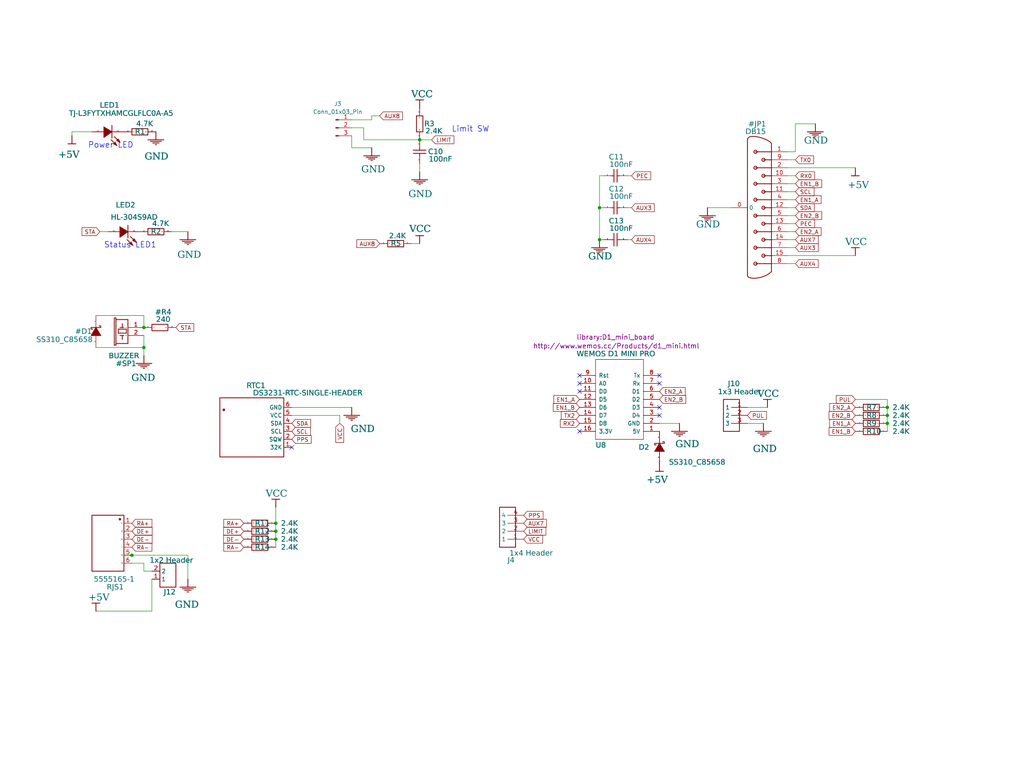
<source format=kicad_sch>
(kicad_sch (version 20231120) (generator "eeschema") (generator_version "8.0")
  (paper "User" 325.374 249.301)
  (lib_symbols
    (symbol "+5V" (power) (pin_numbers hide) (pin_names hide)
      (property "Value" "+5V" (at 0 3.81 0))
      (symbol "+5V_0_0"
        (pin power_in line (at 0 0 270) (length 0) (name "+5V") (number "1"))
      )
    )
    (symbol "0603WAF2401T5E"
      (property "Reference" "R11" (at -1.4986 0.8509 0))
      (property "Value" "2.4K" (at 6.4262 0.8763 0))
      (symbol "0603WAF2401T5E_0_0"
        (pin input line (at 5.08 0 180) (length 2.54) (name "1") (number "1"))
        (pin input line (at -5.08 0 0) (length 2.54) (name "2") (number "2"))
      )
    )
    (symbol "0603WAF2401T5E_1"
      (property "Reference" "R12" (at -1.4986 0.8509 0))
      (property "Value" "2.4K" (at 6.4262 0.8763 0))
      (symbol "0603WAF2401T5E_1_0_0"
        (pin input line (at 5.08 0 180) (length 2.54) (name "1") (number "1"))
        (pin input line (at -5.08 0 0) (length 2.54) (name "2") (number "2"))
      )
    )
    (symbol "0603WAF2401T5E_2"
      (property "Reference" "R13" (at -1.4986 0.8509 0))
      (property "Value" "2.4K" (at 6.4262 0.8763 0))
      (symbol "0603WAF2401T5E_2_0_0"
        (pin input line (at 5.08 0 180) (length 2.54) (name "1") (number "1"))
        (pin input line (at -5.08 0 0) (length 2.54) (name "2") (number "2"))
      )
    )
    (symbol "0603WAF2401T5E_3"
      (property "Reference" "R14" (at -1.4986 0.8509 0))
      (property "Value" "2.4K" (at 6.4262 0.8763 0))
      (symbol "0603WAF2401T5E_3_0_0"
        (pin input line (at 5.08 0 180) (length 2.54) (name "1") (number "1"))
        (pin input line (at -5.08 0 0) (length 2.54) (name "2") (number "2"))
      )
    )
    (symbol "0603WAF2401T5E_4"
      (property "Reference" "R7" (at -1.4986 0.8509 0))
      (property "Value" "2.4K" (at 6.4516 0.8763 0))
      (symbol "0603WAF2401T5E_4_0_0"
        (pin input line (at 5.08 0 180) (length 2.54) (name "1") (number "1"))
        (pin input line (at -5.08 0 0) (length 2.54) (name "2") (number "2"))
      )
    )
    (symbol "0603WAF2401T5E_5"
      (property "Reference" "R8" (at -1.4986 0.8509 0))
      (property "Value" "2.4K" (at 6.4516 0.8763 0))
      (symbol "0603WAF2401T5E_5_0_0"
        (pin input line (at 5.08 0 180) (length 2.54) (name "1") (number "1"))
        (pin input line (at -5.08 0 0) (length 2.54) (name "2") (number "2"))
      )
    )
    (symbol "0603WAF2401T5E_6"
      (property "Reference" "R9" (at -1.4986 0.8509 0))
      (property "Value" "2.4K" (at 6.4516 0.8763 0))
      (symbol "0603WAF2401T5E_6_0_0"
        (pin input line (at 5.08 0 180) (length 2.54) (name "1") (number "1"))
        (pin input line (at -5.08 0 0) (length 2.54) (name "2") (number "2"))
      )
    )
    (symbol "0603WAF2401T5E_7"
      (property "Reference" "R10" (at -1.4986 0.8509 0))
      (property "Value" "2.4K" (at 6.4516 0.8763 0))
      (symbol "0603WAF2401T5E_7_0_0"
        (pin input line (at 5.08 0 180) (length 2.54) (name "1") (number "1"))
        (pin input line (at -5.08 0 0) (length 2.54) (name "2") (number "2"))
      )
    )
    (symbol "0603WAF2401T5E_8"
      (property "Reference" "R3" (at 1.524 0.8509 0))
      (property "Value" "2.4K" (at 1.524 -1.3843 0))
      (symbol "0603WAF2401T5E_8_0_0"
        (pin input line (at 0 5.08 270) (length 2.54) (name "1") (number "1"))
        (pin input line (at 0 -5.08 90) (length 2.54) (name "2") (number "2"))
      )
    )
    (symbol "0603WAF2401T5E_9"
      (property "Reference" "R5" (at -1.4986 0.8509 0))
      (property "Value" "2.4K" (at -2.4384 3.3655 0))
      (symbol "0603WAF2401T5E_9_0_0"
        (pin input line (at 5.08 0 180) (length 2.54) (name "1") (number "1"))
        (pin input line (at -5.08 0 0) (length 2.54) (name "2") (number "2"))
      )
    )
    (symbol "0603WAF4701T5E"
      (property "Reference" "R1" (at -1.524 0.8763 0))
      (property "Value" "4.7K" (at -1.4986 3.4671 0))
      (symbol "0603WAF4701T5E_0_0"
        (pin input line (at -5.08 0 0) (length 2.54) (name "1") (number "1"))
        (pin input line (at 5.08 0 180) (length 2.54) (name "2") (number "2"))
      )
    )
    (symbol "0603WAF4701T5E_1"
      (property "Reference" "R2" (at -1.524 0.8763 0))
      (property "Value" "4.7K" (at -1.4986 3.4671 0))
      (symbol "0603WAF4701T5E_1_0_0"
        (pin input line (at -5.08 0 0) (length 2.54) (name "1") (number "1"))
        (pin input line (at 5.08 0 180) (length 2.54) (name "2") (number "2"))
      )
    )
    (symbol "0805W8F2400T5E"
      (property "Reference" "R4" (at -1.4986 5.7531 0))
      (property "Value" "240" (at -1.4986 3.4671 0))
      (symbol "0805W8F2400T5E_0_0"
        (pin input line (at -5.08 0 0) (length 2.54) (name "1") (number "1"))
        (pin input line (at 5.08 0 180) (length 2.54) (name "2") (number "2"))
      )
    )
    (symbol "1x4 Header"
      (property "Reference" "J4" (at 0 -5.8039 0))
      (property "Value" "1x4 Header" (at 0 -3.5179 0))
      (symbol "1x4 Header_0_0"
        (pin unspecified line (at 5.08 0 180) (length 5.08) (name "1") (number "1"))
        (pin unspecified line (at 5.08 2.54 180) (length 5.08) (name "2") (number "2"))
        (pin unspecified line (at 5.08 5.08 180) (length 5.08) (name "3") (number "3"))
        (pin unspecified line (at 5.08 7.62 180) (length 5.08) (name "4") (number "4"))
      )
    )
    (symbol "5555165-1"
      (property "Reference" "RJS1" (at -0.3556 -11.8237 0))
      (property "Value" "5555165-1" (at -5.6642 -9.2837 0))
      (symbol "5555165-1_0_0"
        (pin unspecified line (at 7.62 7.62 180) (length 2.54) (name "1") (number "1"))
        (pin unspecified line (at 7.62 5.08 180) (length 2.54) (name "2") (number "2"))
        (pin unspecified line (at 7.62 2.54 180) (length 2.54) (name "3") (number "3"))
        (pin unspecified line (at 7.62 0 180) (length 2.54) (name "4") (number "4"))
        (pin unspecified line (at 7.62 -2.54 180) (length 2.54) (name "5") (number "5"))
        (pin unspecified line (at 7.62 -5.08 180) (length 2.54) (name "6") (number "6"))
      )
    )
    (symbol "CL05B104KO5NNNC"
      (property "Reference" "C11" (at -2.0828 6.7945 0))
      (property "Value" "100nF" (at -2.2606 4.4831 0))
      (symbol "CL05B104KO5NNNC_0_0"
        (pin input line (at -3.81 0 0) (length 2.54) (name "1") (number "1"))
        (pin input line (at 3.81 0 180) (length 2.54) (name "2") (number "2"))
      )
    )
    (symbol "CL05B104KO5NNNC_1"
      (property "Reference" "C12" (at -2.0828 6.7945 0))
      (property "Value" "100nF" (at -2.2606 4.4831 0))
      (symbol "CL05B104KO5NNNC_1_0_0"
        (pin input line (at -3.81 0 0) (length 2.54) (name "1") (number "1"))
        (pin input line (at 3.81 0 180) (length 2.54) (name "2") (number "2"))
      )
    )
    (symbol "CL05B104KO5NNNC_2"
      (property "Reference" "C13" (at -2.0828 6.7945 0))
      (property "Value" "100nF" (at -2.2606 4.4831 0))
      (symbol "CL05B104KO5NNNC_2_0_0"
        (pin input line (at -3.81 0 0) (length 2.54) (name "1") (number "1"))
        (pin input line (at 3.81 0 180) (length 2.54) (name "2") (number "2"))
      )
    )
    (symbol "CL05B104KO5NNNC_3"
      (property "Reference" "C10" (at 2.7178 0.8763 0))
      (property "Value" "100nF" (at 2.54 -1.4351 0))
      (symbol "CL05B104KO5NNNC_3_0_0"
        (pin input line (at 0 -3.81 90) (length 2.54) (name "1") (number "1"))
        (pin input line (at 0 3.81 270) (length 2.54) (name "2") (number "2"))
      )
    )
    (symbol "Connector:Conn_01x03_Pin" (pin_names (offset 1.016) hide)
      (property "Reference" "J" (at 0 5.08 0))
      (property "Value" "Conn_01x03_Pin" (at 0 -5.08 0))
      (symbol "Conn_01x03_Pin_1_1"
        (pin passive line (at 5.08 2.54 180) (length 3.81) (name "Pin_1") (number "1"))
        (pin passive line (at 5.08 0 180) (length 3.81) (name "Pin_2") (number "2"))
        (pin passive line (at 5.08 -2.54 180) (length 3.81) (name "Pin_3") (number "3"))
      )
    )
    (symbol "DB15"
      (property "Reference" "JP1" (at 0.8128 19.8247 0))
      (property "Value" "DB15" (at 0.9906 17.4879 0))
      (symbol "DB15_0_0"
        (pin unspecified line (at -10.16 -7.62 0) (length 5.08) (name "0") (number "0"))
        (pin unspecified line (at 7.62 10.16 180) (length 5.08) (name "1") (number "1"))
        (pin unspecified line (at 7.62 2.54 180) (length 5.08) (name "10") (number "10"))
        (pin unspecified line (at 7.62 -2.54 180) (length 5.08) (name "11") (number "11"))
        (pin unspecified line (at 7.62 -7.62 180) (length 5.08) (name "12") (number "12"))
        (pin unspecified line (at 7.62 -12.7 180) (length 5.08) (name "13") (number "13"))
        (pin unspecified line (at 7.62 -17.78 180) (length 5.08) (name "14") (number "14"))
        (pin unspecified line (at 7.62 -22.86 180) (length 5.08) (name "15") (number "15"))
        (pin unspecified line (at 7.62 5.08 180) (length 5.08) (name "2") (number "2"))
        (pin unspecified line (at 7.62 0 180) (length 5.08) (name "3") (number "3"))
        (pin unspecified line (at 7.62 -5.08 180) (length 5.08) (name "4") (number "4"))
        (pin unspecified line (at 7.62 -10.16 180) (length 5.08) (name "5") (number "5"))
        (pin unspecified line (at 7.62 -15.24 180) (length 5.08) (name "6") (number "6"))
        (pin unspecified line (at 7.62 -20.32 180) (length 5.08) (name "7") (number "7"))
        (pin unspecified line (at 7.62 -25.4 180) (length 5.08) (name "8") (number "8"))
        (pin unspecified line (at 7.62 7.62 180) (length 5.08) (name "9") (number "9"))
      )
    )
    (symbol "DS3231-RTC-SINGLE-HEADER"
      (property "Reference" "RTC1" (at -1.651 5.2451 0))
      (property "Value" "DS3231-RTC-SINGLE-HEADER" (at -1.905 2.9591 0))
      (symbol "DS3231-RTC-SINGLE-HEADER_0_0"
        (pin unspecified line (at 12.7 -15.24 180) (length 2.54) (name "32K") (number "1"))
        (pin unspecified line (at 12.7 -12.7 180) (length 2.54) (name "SQW") (number "2"))
        (pin unspecified line (at 12.7 -10.16 180) (length 2.54) (name "SCL") (number "3"))
        (pin unspecified line (at 12.7 -7.62 180) (length 2.54) (name "SDA") (number "4"))
        (pin unspecified line (at 12.7 -5.08 180) (length 2.54) (name "VCC") (number "5"))
        (pin unspecified line (at 12.7 -2.54 180) (length 2.54) (name "GND") (number "6"))
      )
    )
    (symbol "GND" (power) (pin_numbers hide) (pin_names hide)
      (property "Value" "GND" (at 0 6.35 0))
      (symbol "GND_0_0"
        (pin power_in line (at 0 0 270) (length 0) (name "GND") (number "1"))
      )
    )
    (symbol "HL-304S9AD"
      (property "Reference" "LED2" (at -2.54 9.3091 0))
      (property "Value" "HL-304S9AD" (at -5.08 5.4991 0))
      (symbol "HL-304S9AD_0_0"
        (pin unspecified line (at -5.08 0 0) (length 3.81) (name "A") (number "1"))
        (pin unspecified line (at 5.08 0 180) (length 3.81) (name "C") (number "2"))
      )
    )
    (symbol "SS310_C85658"
      (property "Reference" "D1" (at -6.604 0.8763 0))
      (property "Value" "SS310_C85658" (at -19.685 -1.6637 0))
      (symbol "SS310_C85658_0_0"
        (pin unspecified line (at 0 5.08 270) (length 3.81) (name "K") (number "1"))
        (pin unspecified line (at 0 -5.08 90) (length 3.81) (name "A") (number "2"))
      )
    )
    (symbol "SS310_C85658_1"
      (property "Reference" "D2" (at -6.604 0.8763 0))
      (property "Value" "SS310_C85658" (at -19.685 -1.6637 0))
      (symbol "SS310_C85658_1_0_0"
        (pin unspecified line (at 0 5.08 270) (length 3.81) (name "K") (number "1"))
        (pin unspecified line (at 0 -5.08 90) (length 3.81) (name "A") (number "2"))
      )
    )
    (symbol "TJ-L3FYTXHAMCGLFLC0A-A5"
      (property "Reference" "LED1" (at -2.54 9.3091 0))
      (property "Value" "TJ-L3FYTXHAMCGLFLC0A-A5" (at -13.97 6.7691 0))
      (symbol "TJ-L3FYTXHAMCGLFLC0A-A5_0_0"
        (pin unspecified line (at -5.08 0 0) (length 3.81) (name "A") (number "1"))
        (pin unspecified line (at 5.08 0 180) (length 3.81) (name "C") (number "2"))
      )
    )
    (symbol "Unknown_160_410"
      (property "Reference" "SP1" (at -3.81 -10.6299 0))
      (property "Value" "BUZZER" (at -6.35 -8.0899 0))
      (symbol "Unknown_160_410_1_0"
        (pin unspecified line (at 5.08 0 180) (length 5.08) (name "1") (number "1"))
        (pin unspecified line (at 5.08 -2.54 180) (length 5.08) (name "2") (number "2"))
      )
    )
    (symbol "Unknown_210_730"
      (property "Reference" "J12" (at -1.27 -1.9939 0))
      (property "Value" "1x2 Header" (at -6.35 8.1661 0))
      (symbol "Unknown_210_730_0_0"
        (pin unspecified line (at -5.08 1.27 0) (length 2.54) (name "1") (number "1"))
        (pin unspecified line (at -5.08 3.81 0) (length 2.54) (name "2") (number "2"))
      )
    )
    (symbol "Unknown_915_510"
      (property "Reference" "J10" (at -1.0668 8.3947 0))
      (property "Value" "1x3 Header" (at -4.8768 5.8547 0))
      (symbol "Unknown_915_510_0_0"
        (pin unspecified line (at 5.08 0 180) (length 5.08) (name "1") (number "1"))
        (pin unspecified line (at 5.08 -2.54 180) (length 5.08) (name "2") (number "2"))
        (pin unspecified line (at 5.08 -5.08 180) (length 5.08) (name "3") (number "3"))
      )
    )
    (symbol "VCC" (power) (pin_numbers hide) (pin_names hide)
      (property "Value" "VCC" (at 0 3.81 0))
      (symbol "VCC_0_0"
        (pin power_in line (at 0 0 270) (length 0) (name "VCC") (number "1"))
      )
    )
    (symbol "wemos_mini:WeMos_mini" (pin_names (offset 1.016))
      (property "Reference" "U" (at 0 12.7 0))
      (property "Value" "WeMos_mini" (at 0 -12.7 0))
      (property "Datasheet" "http://www.wemos.cc/Products/d1_mini.html" (at 13.97 -17.78 0))
      (symbol "WeMos_mini_1_1"
        (pin power_in line (at -12.7 8.89 0) (length 5.08) (name "5V") (number "1"))
        (pin bidirectional line (at 12.7 -6.35 180) (length 5.08) (name "A0") (number "10"))
        (pin bidirectional line (at 12.7 -3.81 180) (length 5.08) (name "D0") (number "11"))
        (pin bidirectional line (at 12.7 -1.27 180) (length 5.08) (name "D5") (number "12"))
        (pin bidirectional line (at 12.7 1.27 180) (length 5.08) (name "D6") (number "13"))
        (pin bidirectional line (at 12.7 3.81 180) (length 5.08) (name "D7") (number "14"))
        (pin bidirectional line (at 12.7 6.35 180) (length 5.08) (name "D8") (number "15"))
        (pin power_out line (at 12.7 8.89 180) (length 5.08) (name "3.3V") (number "16"))
        (pin power_in line (at -12.7 6.35 0) (length 5.08) (name "GND") (number "2"))
        (pin bidirectional line (at -12.7 3.81 0) (length 5.08) (name "D4") (number "3"))
        (pin bidirectional line (at -12.7 1.27 0) (length 5.08) (name "D3") (number "4"))
        (pin bidirectional line (at -12.7 -1.27 0) (length 5.08) (name "D2") (number "5"))
        (pin bidirectional line (at -12.7 -3.81 0) (length 5.08) (name "D1") (number "6"))
        (pin bidirectional line (at -12.7 -6.35 0) (length 5.08) (name "Rx") (number "7"))
        (pin bidirectional line (at -12.7 -8.89 0) (length 5.08) (name "Tx") (number "8"))
        (pin bidirectional line (at 12.7 -8.89 180) (length 5.08) (name "Rst") (number "9"))
      )
    )
  )
  (junction (at 190.5 66.04))
  (junction (at 133.35 44.45))
  (junction (at 87.63 171.45))
  (junction (at 281.94 129.54))
  (junction (at 87.63 168.91))
  (junction (at 281.94 134.62))
  (junction (at 45.72 104.14))
  (junction (at 281.94 132.08))
  (junction (at 190.5 76.2))
  (junction (at 41.91 176.53))
  (junction (at 87.63 166.37))
  (junction (at 45.72 110.49))
  (no_connect (at 184.15 124.46))
  (no_connect (at 209.55 129.54))
  (no_connect (at 209.55 132.08))
  (no_connect (at 184.15 121.92))
  (no_connect (at 209.55 121.92))
  (no_connect (at 184.15 119.38))
  (no_connect (at 184.15 137.16))
  (no_connect (at 209.55 119.38))
  (no_connect (at 92.71 142.24))
  (wire (pts (xy 250.19 63.5) (xy 252.73 63.5)))
  (wire (pts (xy 224.79 66.04) (xy 232.41 66.04)))
  (wire (pts (xy 87.63 166.37) (xy 87.63 161.29)))
  (wire (pts (xy 271.78 53.34) (xy 250.19 53.34)))
  (wire (pts (xy 45.72 181.61) (xy 48.26 181.61)))
  (wire (pts (xy 191.77 66.04) (xy 190.5 66.04)))
  (wire (pts (xy 45.72 100.33) (xy 30.48 100.33)))
  (wire (pts (xy 281.94 134.62) (xy 281.94 137.16)))
  (wire (pts (xy 31.75 73.66) (xy 34.29 73.66)))
  (wire (pts (xy 120.65 36.83) (xy 118.11 36.83)))
  (wire (pts (xy 281.94 129.54) (xy 281.94 132.08)))
  (wire (pts (xy 250.19 68.58) (xy 252.73 68.58)))
  (wire (pts (xy 45.72 179.07) (xy 45.72 181.61)))
  (wire (pts (xy 111.76 38.1) (xy 118.11 38.1)))
  (wire (pts (xy 92.71 129.54) (xy 111.76 129.54)))
  (wire (pts (xy 45.72 106.68) (xy 45.72 110.49)))
  (wire (pts (xy 190.5 66.04) (xy 190.5 55.88)))
  (wire (pts (xy 87.63 173.99) (xy 87.63 171.45)))
  (wire (pts (xy 39.37 176.53) (xy 41.91 176.53)))
  (wire (pts (xy 252.73 50.8) (xy 250.19 50.8)))
  (wire (pts (xy 199.39 66.04) (xy 200.66 66.04)))
  (wire (pts (xy 41.91 179.07) (xy 45.72 179.07)))
  (wire (pts (xy 133.35 54.61) (xy 133.35 52.07)))
  (wire (pts (xy 41.91 176.53) (xy 59.69 176.53)))
  (wire (pts (xy 252.73 55.88) (xy 250.19 55.88)))
  (wire (pts (xy 115.57 40.64) (xy 115.57 44.45)))
  (wire (pts (xy 22.86 43.18) (xy 22.86 41.91)))
  (wire (pts (xy 30.48 194.31) (xy 48.26 194.31)))
  (wire (pts (xy 115.57 44.45) (xy 133.35 44.45)))
  (wire (pts (xy 250.19 66.04) (xy 252.73 66.04)))
  (wire (pts (xy 191.77 76.2) (xy 190.5 76.2)))
  (wire (pts (xy 111.76 43.18) (xy 111.76 46.99)))
  (wire (pts (xy 199.39 76.2) (xy 200.66 76.2)))
  (wire (pts (xy 111.76 40.64) (xy 115.57 40.64)))
  (wire (pts (xy 87.63 168.91) (xy 87.63 166.37)))
  (wire (pts (xy 107.95 132.08) (xy 107.95 134.62)))
  (wire (pts (xy 250.19 48.26) (xy 252.73 48.26)))
  (wire (pts (xy 271.78 127) (xy 281.94 127)))
  (wire (pts (xy 237.49 129.54) (xy 243.84 129.54)))
  (wire (pts (xy 252.73 58.42) (xy 250.19 58.42)))
  (wire (pts (xy 250.19 76.2) (xy 252.73 76.2)))
  (wire (pts (xy 252.73 48.26) (xy 252.73 39.37)))
  (wire (pts (xy 209.55 134.62) (xy 215.9 134.62)))
  (wire (pts (xy 250.19 71.12) (xy 252.73 71.12)))
  (wire (pts (xy 252.73 39.37) (xy 259.08 39.37)))
  (wire (pts (xy 59.69 176.53) (xy 59.69 184.15)))
  (wire (pts (xy 250.19 78.74) (xy 252.73 78.74)))
  (wire (pts (xy 190.5 55.88) (xy 191.77 55.88)))
  (wire (pts (xy 252.73 83.82) (xy 250.19 83.82)))
  (wire (pts (xy 87.63 171.45) (xy 87.63 168.91)))
  (wire (pts (xy 45.72 104.14) (xy 45.72 100.33)))
  (wire (pts (xy 118.11 38.1) (xy 118.11 36.83)))
  (wire (pts (xy 111.76 46.99) (xy 118.11 46.99)))
  (wire (pts (xy 281.94 127) (xy 281.94 129.54)))
  (wire (pts (xy 250.19 73.66) (xy 252.73 73.66)))
  (wire (pts (xy 22.86 41.91) (xy 29.21 41.91)))
  (wire (pts (xy 92.71 132.08) (xy 107.95 132.08)))
  (wire (pts (xy 281.94 132.08) (xy 281.94 134.62)))
  (wire (pts (xy 242.57 134.62) (xy 237.49 134.62)))
  (wire (pts (xy 59.69 73.66) (xy 54.61 73.66)))
  (wire (pts (xy 199.39 55.88) (xy 200.66 55.88)))
  (wire (pts (xy 137.16 44.45) (xy 133.35 44.45)))
  (wire (pts (xy 190.5 76.2) (xy 190.5 66.04)))
  (wire (pts (xy 45.72 113.03) (xy 45.72 110.49)))
  (wire (pts (xy 45.72 110.49) (xy 30.48 110.49)))
  (wire (pts (xy 271.78 81.28) (xy 250.19 81.28)))
  (wire (pts (xy 48.26 194.31) (xy 48.26 184.15)))
  (wire (pts (xy 250.19 60.96) (xy 252.73 60.96)))
  (wire (pts (xy 133.35 77.47) (xy 130.81 77.47)))
  (text "Limit SW" (at 143.51 40.1003 0) (effects (font (size 1.8097 1.8097)) (justify left top)))
  (text "Status LED1" (at 33.02 76.9303 0) (effects (font (size 1.8097 1.8097)) (justify left top)))
  (text "Power LED" (at 27.94 45.1803 0) (effects (font (size 1.8097 1.8097)) (justify left top)))
  (global_label "EN1_B" (shape input) (at 252.73 58.42 0) (property "Intersheetrefs" "${INTERSHEET_REFS}" (effects (hide yes))))
  (global_label "AUX3" (shape input) (at 252.73 78.74 0) (property "Intersheetrefs" "${INTERSHEET_REFS}" (effects (hide yes))))
  (global_label "PUL" (shape input) (at 237.49 132.08 0) (property "Intersheetrefs" "${INTERSHEET_REFS}" (effects (hide yes))))
  (global_label "EN1_A" (shape input) (at 184.15 127 180) (property "Intersheetrefs" "${INTERSHEET_REFS}" (effects (hide yes))))
  (global_label "PPS" (shape input) (at 166.37 163.83 0) (property "Intersheetrefs" "${INTERSHEET_REFS}" (effects (hide yes))))
  (global_label "AUX7" (shape input) (at 252.73 76.2 0) (property "Intersheetrefs" "${INTERSHEET_REFS}" (effects (hide yes))))
  (global_label "EN2_B" (shape input) (at 271.78 132.08 180) (property "Intersheetrefs" "${INTERSHEET_REFS}" (effects (hide yes))))
  (global_label "AUX7" (shape input) (at 166.37 166.37 0) (property "Intersheetrefs" "${INTERSHEET_REFS}" (effects (hide yes))))
  (global_label "AUX4" (shape input) (at 252.73 83.82 0) (property "Intersheetrefs" "${INTERSHEET_REFS}" (effects (hide yes))))
  (global_label "PUL" (shape input) (at 271.78 127 180) (property "Intersheetrefs" "${INTERSHEET_REFS}" (effects (hide yes))))
  (global_label "STA" (shape input) (at 55.88 104.14 0) (property "Intersheetrefs" "${INTERSHEET_REFS}" (effects (hide yes))))
  (global_label "RA+" (shape input) (at 41.91 166.37 0) (property "Intersheetrefs" "${INTERSHEET_REFS}" (effects (hide yes))))
  (global_label "EN2_A" (shape input) (at 209.55 124.46 0) (property "Intersheetrefs" "${INTERSHEET_REFS}" (effects (hide yes))))
  (global_label "EN2_B" (shape input) (at 209.55 127 0) (property "Intersheetrefs" "${INTERSHEET_REFS}" (effects (hide yes))))
  (global_label "SDA" (shape input) (at 252.73 66.04 0) (property "Intersheetrefs" "${INTERSHEET_REFS}" (effects (hide yes))))
  (global_label "EN2_A" (shape input) (at 252.73 73.66 0) (property "Intersheetrefs" "${INTERSHEET_REFS}" (effects (hide yes))))
  (global_label "PEC" (shape input) (at 252.73 71.12 0) (property "Intersheetrefs" "${INTERSHEET_REFS}" (effects (hide yes))))
  (global_label "RA-" (shape input) (at 77.47 173.99 180) (property "Intersheetrefs" "${INTERSHEET_REFS}" (effects (hide yes))))
  (global_label "EN2_A" (shape input) (at 271.78 129.54 180) (property "Intersheetrefs" "${INTERSHEET_REFS}" (effects (hide yes))))
  (global_label "EN1_B" (shape input) (at 184.15 129.54 180) (property "Intersheetrefs" "${INTERSHEET_REFS}" (effects (hide yes))))
  (global_label "AUX3" (shape input) (at 200.66 66.04 0) (property "Intersheetrefs" "${INTERSHEET_REFS}" (effects (hide yes))))
  (global_label "AUX4" (shape input) (at 200.66 76.2 0) (property "Intersheetrefs" "${INTERSHEET_REFS}" (effects (hide yes))))
  (global_label "TX2" (shape input) (at 184.15 132.08 180) (property "Intersheetrefs" "${INTERSHEET_REFS}" (effects (hide yes))))
  (global_label "SCL" (shape input) (at 92.71 137.16 0) (property "Intersheetrefs" "${INTERSHEET_REFS}" (effects (hide yes))))
  (global_label "DE+" (shape input) (at 77.47 168.91 180) (property "Intersheetrefs" "${INTERSHEET_REFS}" (effects (hide yes))))
  (global_label "RA+" (shape input) (at 77.47 166.37 180) (property "Intersheetrefs" "${INTERSHEET_REFS}" (effects (hide yes))))
  (global_label "DE+" (shape input) (at 41.91 168.91 0) (property "Intersheetrefs" "${INTERSHEET_REFS}" (effects (hide yes))))
  (global_label "AUX8" (shape input) (at 120.65 36.83 0) (property "Intersheetrefs" "${INTERSHEET_REFS}" (effects (hide yes))))
  (global_label "SDA" (shape input) (at 92.71 134.62 0) (property "Intersheetrefs" "${INTERSHEET_REFS}" (effects (hide yes))))
  (global_label "RA-" (shape input) (at 41.91 173.99 0) (property "Intersheetrefs" "${INTERSHEET_REFS}" (effects (hide yes))))
  (global_label "LIMIT" (shape input) (at 137.16 44.45 0) (property "Intersheetrefs" "${INTERSHEET_REFS}" (effects (hide yes))))
  (global_label "STA" (shape input) (at 31.75 73.66 180) (property "Intersheetrefs" "${INTERSHEET_REFS}" (effects (hide yes))))
  (global_label "RX0" (shape input) (at 252.73 55.88 0) (property "Intersheetrefs" "${INTERSHEET_REFS}" (effects (hide yes))))
  (global_label "EN1_A" (shape input) (at 252.73 63.5 0) (property "Intersheetrefs" "${INTERSHEET_REFS}" (effects (hide yes))))
  (global_label "LIMIT" (shape input) (at 166.37 168.91 0) (property "Intersheetrefs" "${INTERSHEET_REFS}" (effects (hide yes))))
  (global_label "PPS" (shape input) (at 92.71 139.7 0) (property "Intersheetrefs" "${INTERSHEET_REFS}" (effects (hide yes))))
  (global_label "VCC" (shape input) (at 107.95 134.62 270) (property "Intersheetrefs" "${INTERSHEET_REFS}" (effects (hide yes))))
  (global_label "EN2_B" (shape input) (at 252.73 68.58 0) (property "Intersheetrefs" "${INTERSHEET_REFS}" (effects (hide yes))))
  (global_label "EN1_A" (shape input) (at 271.78 134.62 180) (property "Intersheetrefs" "${INTERSHEET_REFS}" (effects (hide yes))))
  (global_label "SCL" (shape input) (at 252.73 60.96 0) (property "Intersheetrefs" "${INTERSHEET_REFS}" (effects (hide yes))))
  (global_label "PEC" (shape input) (at 200.66 55.88 0) (property "Intersheetrefs" "${INTERSHEET_REFS}" (effects (hide yes))))
  (global_label "DE-" (shape input) (at 77.47 171.45 180) (property "Intersheetrefs" "${INTERSHEET_REFS}" (effects (hide yes))))
  (global_label "DE-" (shape input) (at 41.91 171.45 0) (property "Intersheetrefs" "${INTERSHEET_REFS}" (effects (hide yes))))
  (global_label "AUX8" (shape input) (at 120.65 77.47 180) (property "Intersheetrefs" "${INTERSHEET_REFS}" (effects (hide yes))))
  (global_label "EN1_B" (shape input) (at 271.78 137.16 180) (property "Intersheetrefs" "${INTERSHEET_REFS}" (effects (hide yes))))
  (global_label "VCC" (shape input) (at 166.37 171.45 0) (property "Intersheetrefs" "${INTERSHEET_REFS}" (effects (hide yes))))
  (global_label "RX2" (shape input) (at 184.15 134.62 180) (property "Intersheetrefs" "${INTERSHEET_REFS}" (effects (hide yes))))
  (global_label "TX0" (shape input) (at 252.73 50.8 0) (property "Intersheetrefs" "${INTERSHEET_REFS}" (effects (hide yes))))
  (symbol (lib_id "SS310_C85658_1") (at 209.55 142.24 0) (unit 0)
    (property "Reference" "D2" (at 202.946 141.3637 0) (effects (font (size 1.6891 1.6891)) (justify left top)))
    (property "Value" "SS310_C85658" (at 211.836 146.05 0) (effects (font (size 1.6891 1.6891)) (justify left top)))
    (property "Footprint" "library:Schottky_SODFL5336X130N" (effects (hide yes)))
    (property "BOM_Manufacturer Part" "SS310" (effects (hide yes)))
    (property "BOM_Manufacturer" "DYELEC" (effects (hide yes)))
    (property "BOM_Supplier Part" "C85658" (effects (hide yes)))
    (property "BOM_Supplier" "LCSC" (effects (hide yes)))
  )
  (symbol (lib_id "Unknown_915_510") (at 232.41 129.54 0) (unit 0)
    (property "Reference" "J10" (at 231.3432 121.1453 0) (effects (font (size 1.6891 1.6891)) (justify left top)))
    (property "Value" "1x3 Header" (at 227.5332 123.6853 0) (effects (font (size 1.6891 1.6891)) (justify left top)))
    (property "Footprint" "Connector_PinHeader_2.54mm:PinHeader_1x03_P2.54mm_Vertical" (effects (hide yes)))
    (property "BOM_Manufacturer Part" "0.1\" Breakaway Pin Header" (effects (hide yes)))
    (property "BOM_Supplier Part" "0.1\" Breakaway Pin Header" (effects (hide yes)))
    (property "BOM_Supplier" "Misc." (effects (hide yes)))
  )
  (symbol (lib_id "Unknown_210_730") (at 53.34 185.42 0) (unit 0)
    (property "Reference" "J12" (at 52.07 187.4139 0) (effects (font (size 1.6891 1.6891)) (justify left top)))
    (property "Value" "1x2 Header" (at 46.99 177.2539 0) (effects (font (size 1.6891 1.6891)) (justify left top)))
    (property "Footprint" "Connector_PinHeader_2.54mm:PinHeader_1x02_P2.54mm_Vertical" (effects (hide yes)))
    (property "BOM_Manufacturer Part" "0.1\" Breakaway Pin Header" (effects (hide yes)))
    (property "BOM_Supplier Part" "0.1\" Breakaway Pin Header" (effects (hide yes)))
    (property "BOM_Supplier" "Misc." (effects (hide yes)))
  )
  (symbol (lib_id "VCC") (at 87.63 161.29 0) (mirror x) (unit 0)
    (property "Reference" "#PWR0138" (effects (hide yes)))
    (property "Value" "VCC" (at 84.582 158.242 0) (effects (font (size 2.1717 2.1717)) (justify left top)))
    (property "Description" "Power symbol creates a global label with name 'VCC'" (effects (hide yes)))
  )
  (symbol (lib_id "VCC") (at 133.35 77.47 0) (mirror x) (unit 0)
    (property "Reference" "#PWR0141" (effects (hide yes)))
    (property "Value" "VCC" (at 130.2004 74.0664 0) (effects (font (size 2.1717 2.1717)) (justify left top)))
    (property "Description" "Power symbol creates a global label with name 'VCC'" (effects (hide yes)))
  )
  (symbol (lib_id "Unknown_160_410") (at 40.64 104.14 0) (unit 1)
    (property "Reference" "#SP1" (at 36.83 114.7699 0) (effects (font (size 1.6891 1.6891)) (justify left top)))
    (property "Value" "BUZZER" (at 34.29 112.2299 0) (effects (font (size 1.6891 1.6891)) (justify left top)))
    (property "Footprint" "Buzzer_Beeper:Buzzer_15x7.5RM7.6" (effects (hide yes)))
    (property "BOM_Manufacturer Part" "CEM-1203" (effects (hide yes)))
    (property "BOM_Manufacturer" "CUI Inc." (effects (hide yes)))
    (property "BOM_Supplier Part" "490-CEM-1203(42)" (effects (hide yes)))
    (property "BOM_Supplier" "Mouser" (effects (hide yes)))
  )
  (symbol (lib_id "0603WAF2401T5E_1") (at 82.55 168.91 0) (unit 0)
    (property "Reference" "R12" (at 81.0514 168.0591 0) (effects (font (size 1.6891 1.6891)) (justify left top)))
    (property "Value" "2.4K" (at 88.9762 168.0337 0) (effects (font (size 1.6891 1.6891)) (justify left top)))
    (property "Footprint" "library:2.4K_Resistor_ERJUP6" (effects (hide yes)))
    (property "BOM_Manufacturer Part" "0603WAF2401T5E" (effects (hide yes)))
    (property "BOM_Manufacturer" "UniOhm" (effects (hide yes)))
    (property "BOM_Supplier Part" "C22940" (effects (hide yes)))
    (property "BOM_Supplier" "LCSC" (effects (hide yes)))
  )
  (symbol (lib_id "+5V") (at 22.86 43.18 0) (mirror y) (unit 0)
    (property "Reference" "#PWR0149" (effects (hide yes)))
    (property "Value" "+5V" (at 25.4 48.006 0) (effects (font (size 2.1717 2.1717)) (justify left top)))
    (property "Description" "Power symbol creates a global label with name '+5V'" (effects (hide yes)))
  )
  (symbol (lib_id "+5V") (at 209.55 147.32 0) (mirror y) (unit 0)
    (property "Reference" "#PWR0151" (effects (hide yes)))
    (property "Value" "+5V" (at 212.344 151.384 0) (effects (font (size 2.1717 2.1717)) (justify left top)))
    (property "Description" "Power symbol creates a global label with name '+5V'" (effects (hide yes)))
  )
  (symbol (lib_id "GND") (at 215.9 134.62 0) (unit 0)
    (property "Reference" "#PWR0156" (effects (hide yes)))
    (property "Value" "GND" (at 214.884 142.494 0) (effects (font (size 2.1717 2.1717)) (justify left bottom)))
    (property "Description" "Power symbol creates a global label with name 'GND'" (effects (hide yes)))
  )
  (symbol (lib_id "GND") (at 259.08 39.37 0) (unit 0)
    (property "Reference" "#PWR0145" (effects (hide yes)))
    (property "Value" "GND" (at 255.778 45.974 0) (effects (font (size 2.1717 2.1717)) (justify left bottom)))
    (property "Description" "Power symbol creates a global label with name 'GND'" (effects (hide yes)))
  )
  (symbol (lib_id "DB15") (at 242.57 58.42 0) (unit 0)
    (property "Reference" "#JP1" (at 243.3828 38.5953 0) (effects (font (size 1.6891 1.6891)) (justify right top)))
    (property "Value" "DB15" (at 243.5606 40.9321 0) (effects (font (size 1.6891 1.6891)) (justify right top)))
    (property "Footprint" "library:47uF_100uF_Capacitor_CAPAE830X1080N" (effects (hide yes)))
    (property "BOM_Manufacturer Part" "618015231121" (effects (hide yes)))
    (property "BOM_Manufacturer" "Wurth Electronics" (effects (hide yes)))
    (property "BOM_Supplier Part" "710-618015231121" (effects (hide yes)))
    (property "BOM_Supplier" "Mouser" (effects (hide yes)))
  )
  (symbol (lib_id "GND") (at 190.5 76.2 0) (unit 0)
    (property "Reference" "#PWR0153" (effects (hide yes)))
    (property "Value" "GND" (at 187.198 82.804 0) (effects (font (size 2.1717 2.1717)) (justify left bottom)))
    (property "Description" "Power symbol creates a global label with name 'GND'" (effects (hide yes)))
  )
  (symbol (lib_id "GND") (at 133.35 54.61 0) (unit 0)
    (property "Reference" "#PWR0140" (effects (hide yes)))
    (property "Value" "GND" (at 130.048 62.992 0) (effects (font (size 2.1717 2.1717)) (justify left bottom)))
    (property "Description" "Power symbol creates a global label with name 'GND'" (effects (hide yes)))
  )
  (symbol (lib_id "0603WAF2401T5E_3") (at 82.55 173.99 0) (unit 0)
    (property "Reference" "R14" (at 81.0514 173.1391 0) (effects (font (size 1.6891 1.6891)) (justify left top)))
    (property "Value" "2.4K" (at 88.9762 173.1137 0) (effects (font (size 1.6891 1.6891)) (justify left top)))
    (property "Footprint" "library:2.4K_Resistor_ERJUP6" (effects (hide yes)))
    (property "BOM_Manufacturer Part" "0603WAF2401T5E" (effects (hide yes)))
    (property "BOM_Manufacturer" "UniOhm" (effects (hide yes)))
    (property "BOM_Supplier Part" "C22940" (effects (hide yes)))
    (property "BOM_Supplier" "LCSC" (effects (hide yes)))
  )
  (symbol (lib_id "0603WAF2401T5E_6") (at 276.86 134.62 0) (unit 0)
    (property "Reference" "R9" (at 275.3614 133.7691 0) (effects (font (size 1.6891 1.6891)) (justify left top)))
    (property "Value" "2.4K" (at 283.3116 133.7437 0) (effects (font (size 1.6891 1.6891)) (justify left top)))
    (property "Footprint" "library:2.4K_Resistor_ERJUP6" (effects (hide yes)))
    (property "BOM_Manufacturer Part" "0603WAF2401T5E" (effects (hide yes)))
    (property "BOM_Manufacturer" "UniOhm" (effects (hide yes)))
    (property "BOM_Supplier Part" "C22940" (effects (hide yes)))
    (property "BOM_Supplier" "LCSC" (effects (hide yes)))
  )
  (symbol (lib_id "CL05B104KO5NNNC_2") (at 195.58 76.2 0) (unit 0)
    (property "Reference" "C13" (at 193.4972 69.4055 0) (effects (font (size 1.6891 1.6891)) (justify left top)))
    (property "Value" "100nF" (at 193.3194 71.7169 0) (effects (font (size 1.6891 1.6891)) (justify left top)))
    (property "Footprint" "library:0.1uF_CAPC2012X94N" (effects (hide yes)))
    (property "BOM_Manufacturer Part" "CL05B104KO5NNNC" (effects (hide yes)))
    (property "BOM_Manufacturer" "SAMSUNG" (effects (hide yes)))
    (property "BOM_Supplier Part" "C1525" (effects (hide yes)))
    (property "BOM_Supplier" "LCSC" (effects (hide yes)))
  )
  (symbol (lib_id "CL05B104KO5NNNC_3") (at 133.35 48.26 0) (unit 0)
    (property "Reference" "C10" (at 136.0678 47.3837 0) (effects (font (size 1.6891 1.6891)) (justify left top)))
    (property "Value" "100nF" (at 135.89 49.6951 0) (effects (font (size 1.6891 1.6891)) (justify left top)))
    (property "Footprint" "library:0.1uF_CAPC2012X94N" (effects (hide yes)))
    (property "BOM_Manufacturer Part" "CL05B104KO5NNNC" (effects (hide yes)))
    (property "BOM_Manufacturer" "SAMSUNG" (effects (hide yes)))
    (property "BOM_Supplier Part" "C1525" (effects (hide yes)))
    (property "BOM_Supplier" "LCSC" (effects (hide yes)))
  )
  (symbol (lib_id "5555165-1") (at 34.29 173.99 0) (unit 0)
    (property "Reference" "RJS1" (at 33.9344 185.8137 0) (effects (font (size 1.6891 1.6891)) (justify left top)))
    (property "Value" "5555165-1" (at 28.6258 183.2737 0) (effects (font (size 1.6891 1.6891)) (justify left top)))
    (property "BOM_Manufacturer Part" "5555165-1" (effects (hide yes)))
    (property "BOM_Manufacturer" "TE Connectivity" (effects (hide yes)))
    (property "BOM_Supplier Part" "C305981" (effects (hide yes)))
    (property "BOM_Supplier" "LCSC" (effects (hide yes)))
  )
  (symbol (lib_id "SS310_C85658") (at 30.48 105.41 0) (unit 0)
    (property "Reference" "#D1" (at 23.876 104.5337 0) (effects (font (size 1.6891 1.6891)) (justify left top)))
    (property "Value" "SS310_C85658" (at 10.795 107.0737 0) (effects (font (size 1.6891 1.6891)) (justify left top)))
    (property "Footprint" "library:Schottky_SODFL5336X130N" (effects (hide yes)))
    (property "BOM_Manufacturer Part" "SS310" (effects (hide yes)))
    (property "BOM_Manufacturer" "DYELEC" (effects (hide yes)))
    (property "BOM_Supplier Part" "C85658" (effects (hide yes)))
    (property "BOM_Supplier" "LCSC" (effects (hide yes)))
  )
  (symbol (lib_id "GND") (at 45.72 113.03 0) (unit 0)
    (property "Reference" "#PWR0137" (effects (hide yes)))
    (property "Value" "GND" (at 49.022 121.412 0) (effects (font (size 2.1717 2.1717)) (justify right bottom)))
    (property "Description" "Power symbol creates a global label with name 'GND'" (effects (hide yes)))
  )
  (symbol (lib_id "GND") (at 118.11 46.99 0) (unit 0)
    (property "Reference" "#PWR0139" (effects (hide yes)))
    (property "Value" "GND" (at 115.062 55.118 0) (effects (font (size 2.1717 2.1717)) (justify left bottom)))
    (property "Description" "Power symbol creates a global label with name 'GND'" (effects (hide yes)))
  )
  (symbol (lib_id "GND") (at 59.69 73.66 0) (unit 0)
    (property "Reference" "#PWR0142" (effects (hide yes)))
    (property "Value" "GND" (at 56.642 82.296 0) (effects (font (size 2.1717 2.1717)) (justify left bottom)))
    (property "Description" "Power symbol creates a global label with name 'GND'" (effects (hide yes)))
  )
  (symbol (lib_id "0603WAF4701T5E_1") (at 49.53 73.66 0) (unit 0)
    (property "Reference" "R2" (at 48.006 72.7837 0) (effects (font (size 1.6891 1.6891)) (justify left top)))
    (property "Value" "4.7K" (at 48.0314 70.1929 0) (effects (font (size 1.6891 1.6891)) (justify left top)))
    (property "Footprint" "library:4.7K_Resistor_ERA8P" (effects (hide yes)))
    (property "BOM_Manufacturer Part" "0603WAF4701T5E" (effects (hide yes)))
    (property "BOM_Manufacturer" "UniOhm" (effects (hide yes)))
    (property "BOM_Supplier Part" "C23162" (effects (hide yes)))
    (property "BOM_Supplier" "LCSC" (effects (hide yes)))
  )
  (symbol (lib_id "TJ-L3FYTXHAMCGLFLC0A-A5") (at 34.29 41.91 0) (unit 0)
    (property "Reference" "LED1" (at 31.75 32.6009 0) (effects (font (size 1.6891 1.6891)) (justify left top)))
    (property "Value" "TJ-L3FYTXHAMCGLFLC0A-A5" (at 20.32 35.1409 0) (effects (font (size 1.6891 1.6891)) (justify left top)))
    (property "Footprint" "library:LED_AA1608LZGSK295V" (effects (hide yes)))
    (property "BOM_Manufacturer Part" "TJ-L3FYTXHAMCGLFLC0A-A5" (effects (hide yes)))
    (property "BOM_Manufacturer" "TOGIALED" (effects (hide yes)))
    (property "BOM_Supplier Part" "C330758" (effects (hide yes)))
    (property "BOM_Supplier" "LCSC" (effects (hide yes)))
  )
  (symbol (lib_id "VCC") (at 271.78 81.28 0) (mirror x) (unit 0)
    (property "Reference" "#PWR0144" (effects (hide yes)))
    (property "Value" "VCC" (at 268.732 78.232 0) (effects (font (size 2.1717 2.1717)) (justify left top)))
    (property "Description" "Power symbol creates a global label with name 'VCC'" (effects (hide yes)))
  )
  (symbol (lib_id "GND") (at 224.79 66.04 0) (unit 0)
    (property "Reference" "#PWR0147" (effects (hide yes)))
    (property "Value" "GND" (at 221.488 72.644 0) (effects (font (size 2.1717 2.1717)) (justify left bottom)))
    (property "Description" "Power symbol creates a global label with name 'GND'" (effects (hide yes)))
  )
  (symbol (lib_id "0603WAF2401T5E_4") (at 276.86 129.54 0) (unit 0)
    (property "Reference" "R7" (at 275.3614 128.6891 0) (effects (font (size 1.6891 1.6891)) (justify left top)))
    (property "Value" "2.4K" (at 283.3116 128.6637 0) (effects (font (size 1.6891 1.6891)) (justify left top)))
    (property "Footprint" "library:2.4K_Resistor_ERJUP6" (effects (hide yes)))
    (property "BOM_Manufacturer Part" "0603WAF2401T5E" (effects (hide yes)))
    (property "BOM_Manufacturer" "UniOhm" (effects (hide yes)))
    (property "BOM_Supplier Part" "C22940" (effects (hide yes)))
    (property "BOM_Supplier" "LCSC" (effects (hide yes)))
  )
  (symbol (lib_id "VCC") (at 133.35 34.29 0) (mirror x) (unit 0)
    (property "Reference" "#PWR0152" (effects (hide yes)))
    (property "Value" "VCC" (at 130.81 31.242 0) (effects (font (size 2.1717 2.1717)) (justify left top)))
    (property "Description" "Power symbol creates a global label with name 'VCC'" (effects (hide yes)))
  )
  (symbol (lib_id "CL05B104KO5NNNC_1") (at 195.58 66.04 0) (unit 0)
    (property "Reference" "C12" (at 193.4972 59.2455 0) (effects (font (size 1.6891 1.6891)) (justify left top)))
    (property "Value" "100nF" (at 193.3194 61.5569 0) (effects (font (size 1.6891 1.6891)) (justify left top)))
    (property "Footprint" "library:0.1uF_CAPC2012X94N" (effects (hide yes)))
    (property "BOM_Manufacturer Part" "CL05B104KO5NNNC" (effects (hide yes)))
    (property "BOM_Manufacturer" "SAMSUNG" (effects (hide yes)))
    (property "BOM_Supplier Part" "C1525" (effects (hide yes)))
    (property "BOM_Supplier" "LCSC" (effects (hide yes)))
  )
  (symbol (lib_id "0603WAF2401T5E_2") (at 82.55 171.45 0) (unit 0)
    (property "Reference" "R13" (at 81.0514 170.5991 0) (effects (font (size 1.6891 1.6891)) (justify left top)))
    (property "Value" "2.4K" (at 88.9762 170.5737 0) (effects (font (size 1.6891 1.6891)) (justify left top)))
    (property "Footprint" "library:2.4K_Resistor_ERJUP6" (effects (hide yes)))
    (property "BOM_Manufacturer Part" "0603WAF2401T5E" (effects (hide yes)))
    (property "BOM_Manufacturer" "UniOhm" (effects (hide yes)))
    (property "BOM_Supplier Part" "C22940" (effects (hide yes)))
    (property "BOM_Supplier" "LCSC" (effects (hide yes)))
  )
  (symbol (lib_id "0805W8F2400T5E") (at 50.8 104.14 0) (unit 0)
    (property "Reference" "#R4" (at 49.3014 98.3869 0) (effects (font (size 1.6891 1.6891)) (justify left top)))
    (property "Value" "240" (at 49.3014 100.6729 0) (effects (font (size 1.6891 1.6891)) (justify left top)))
    (property "Footprint" "library:240_Resistor_ERA6AEB101V" (effects (hide yes)))
    (property "BOM_Manufacturer Part" "0805W8F2400T5E" (effects (hide yes)))
    (property "BOM_Manufacturer" "UniOhm" (effects (hide yes)))
    (property "BOM_Supplier Part" "C17572" (effects (hide yes)))
    (property "BOM_Supplier" "LCSC" (effects (hide yes)))
  )
  (symbol (lib_id "HL-304S9AD") (at 39.37 73.66 0) (unit 0)
    (property "Reference" "LED2" (at 36.83 64.3509 0) (effects (font (size 1.6891 1.6891)) (justify left top)))
    (property "Value" "HL-304S9AD" (at 34.29 68.1609 0) (effects (font (size 1.6891 1.6891)) (justify left top)))
    (property "Footprint" "library:LED_AA1608LZGSK295V" (effects (hide yes)))
    (property "BOM_Manufacturer Part" "HL-304S9AD" (effects (hide yes)))
    (property "BOM_Manufacturer" "HONGLITRONIC(Hongli Zhihui (HONGLITRONIC))" (effects (hide yes)))
    (property "BOM_Supplier Part" "C568936" (effects (hide yes)))
    (property "BOM_Supplier" "LCSC" (effects (hide yes)))
  )
  (symbol (lib_id "GND") (at 49.53 41.91 0) (unit 0)
    (property "Reference" "#PWR0143" (effects (hide yes)))
    (property "Value" "GND" (at 46.228 51.054 0) (effects (font (size 2.1717 2.1717)) (justify left bottom)))
    (property "Description" "Power symbol creates a global label with name 'GND'" (effects (hide yes)))
  )
  (symbol (lib_id "GND") (at 59.69 184.15 0) (unit 0)
    (property "Reference" "#PWR0155" (effects (hide yes)))
    (property "Value" "GND" (at 55.88 193.548 0) (effects (font (size 2.1717 2.1717)) (justify left bottom)))
    (property "Description" "Power symbol creates a global label with name 'GND'" (effects (hide yes)))
  )
  (symbol (lib_id "0603WAF2401T5E") (at 82.55 166.37 0) (unit 0)
    (property "Reference" "R11" (at 81.0514 165.5191 0) (effects (font (size 1.6891 1.6891)) (justify left top)))
    (property "Value" "2.4K" (at 88.9762 165.4937 0) (effects (font (size 1.6891 1.6891)) (justify left top)))
    (property "Footprint" "library:2.4K_Resistor_ERJUP6" (effects (hide yes)))
    (property "BOM_Manufacturer Part" "0603WAF2401T5E" (effects (hide yes)))
    (property "BOM_Manufacturer" "UniOhm" (effects (hide yes)))
    (property "BOM_Supplier Part" "C22940" (effects (hide yes)))
    (property "BOM_Supplier" "LCSC" (effects (hide yes)))
  )
  (symbol (lib_id "0603WAF2401T5E_7") (at 276.86 137.16 0) (unit 0)
    (property "Reference" "R10" (at 275.3614 136.3091 0) (effects (font (size 1.6891 1.6891)) (justify left top)))
    (property "Value" "2.4K" (at 283.3116 136.2837 0) (effects (font (size 1.6891 1.6891)) (justify left top)))
    (property "Footprint" "library:2.4K_Resistor_ERJUP6" (effects (hide yes)))
    (property "BOM_Manufacturer Part" "0603WAF2401T5E" (effects (hide yes)))
    (property "BOM_Manufacturer" "UniOhm" (effects (hide yes)))
    (property "BOM_Supplier Part" "C22940" (effects (hide yes)))
    (property "BOM_Supplier" "LCSC" (effects (hide yes)))
  )
  (symbol (lib_id "+5V") (at 30.48 194.31 0) (mirror x) (unit 0)
    (property "Reference" "#PWR0150" (effects (hide yes)))
    (property "Value" "+5V" (at 27.94 191.262 0) (effects (font (size 2.1717 2.1717)) (justify left top)))
    (property "Description" "Power symbol creates a global label with name '+5V'" (effects (hide yes)))
  )
  (symbol (lib_id "0603WAF2401T5E_9") (at 125.73 77.47 0) (unit 0)
    (property "Reference" "R5" (at 124.2314 76.6191 0) (effects (font (size 1.6891 1.6891)) (justify left top)))
    (property "Value" "2.4K" (at 123.2916 74.1045 0) (effects (font (size 1.6891 1.6891)) (justify left top)))
    (property "Footprint" "library:2.4K_Resistor_ERJUP6" (effects (hide yes)))
    (property "BOM_Manufacturer Part" "0603WAF2401T5E" (effects (hide yes)))
    (property "BOM_Manufacturer" "UniOhm" (effects (hide yes)))
    (property "BOM_Supplier Part" "C22940" (effects (hide yes)))
    (property "BOM_Supplier" "LCSC" (effects (hide yes)))
  )
  (symbol (lib_id "CL05B104KO5NNNC") (at 195.58 55.88 0) (unit 0)
    (property "Reference" "C11" (at 193.4972 49.0855 0) (effects (font (size 1.6891 1.6891)) (justify left top)))
    (property "Value" "100nF" (at 193.3194 51.3969 0) (effects (font (size 1.6891 1.6891)) (justify left top)))
    (property "Footprint" "library:0.1uF_CAPC2012X94N" (effects (hide yes)))
    (property "BOM_Manufacturer Part" "CL05B104KO5NNNC" (effects (hide yes)))
    (property "BOM_Manufacturer" "SAMSUNG" (effects (hide yes)))
    (property "BOM_Supplier Part" "C1525" (effects (hide yes)))
    (property "BOM_Supplier" "LCSC" (effects (hide yes)))
  )
  (symbol (lib_id "1x4 Header") (at 161.29 171.45 0) (unit 0)
    (property "Reference" "J4" (at 161.29 177.2539 0) (effects (font (size 1.6891 1.6891)) (justify left top)))
    (property "Value" "1x4 Header" (at 161.29 174.9679 0) (effects (font (size 1.6891 1.6891)) (justify left top)))
    (property "Footprint" "Connector_PinHeader_2.54mm:PinHeader_1x04_P2.54mm_Vertical" (effects (hide yes)))
  )
  (symbol (lib_id "wemos_mini:WeMos_mini") (at 196.85 128.27 180) (unit 0)
    (property "Reference" "U8" (at 192.532 142.494 0) (effects (font (size 1.6891 1.6891)) (justify left top)))
    (property "Value" "WEMOS D1 MINI PRO" (at 209.042 113.538 0) (effects (font (size 1.6891 1.6891)) (justify left top)))
    (property "Footprint" "library:D1_mini_board" (at 195.58 107.188 0) (effects (font (size 1.524 1.524))))
    (property "Datasheet" "http://www.wemos.cc/Products/d1_mini.html" (at 195.834 109.982 0) (effects (font (size 1.524 1.524))))
    (property "Description" "WeMos D1 mini" (effects (hide yes)))
    (property "BOM_Manufacturer Part" "Misc. eBay etc. model with external antenna" (effects (hide yes)))
  )
  (symbol (lib_id "+5V") (at 271.78 53.34 0) (mirror y) (unit 0)
    (property "Reference" "#PWR0146" (effects (hide yes)))
    (property "Value" "+5V" (at 269.24 57.658 0) (effects (font (size 2.1717 2.1717)) (justify right top)))
    (property "Description" "Power symbol creates a global label with name '+5V'" (effects (hide yes)))
  )
  (symbol (lib_id "0603WAF4701T5E") (at 44.45 41.91 0) (unit 0)
    (property "Reference" "R1" (at 42.926 41.0337 0) (effects (font (size 1.6891 1.6891)) (justify left top)))
    (property "Value" "4.7K" (at 42.9514 38.4429 0) (effects (font (size 1.6891 1.6891)) (justify left top)))
    (property "Footprint" "library:4.7K_Resistor_ERA8P" (effects (hide yes)))
    (property "BOM_Manufacturer Part" "0603WAF4701T5E" (effects (hide yes)))
    (property "BOM_Manufacturer" "UniOhm" (effects (hide yes)))
    (property "BOM_Supplier Part" "C23162" (effects (hide yes)))
    (property "BOM_Supplier" "LCSC" (effects (hide yes)))
  )
  (symbol (lib_id "GND") (at 111.76 129.54 0) (unit 0)
    (property "Reference" "#PWR0148" (effects (hide yes)))
    (property "Value" "GND" (at 111.76 137.668 0) (effects (font (size 2.1717 2.1717)) (justify left bottom)))
    (property "Description" "Power symbol creates a global label with name 'GND'" (effects (hide yes)))
  )
  (symbol (lib_id "0603WAF2401T5E_8") (at 133.35 39.37 0) (unit 0)
    (property "Reference" "R3" (at 134.874 38.5191 0) (effects (font (size 1.6891 1.6891)) (justify left top)))
    (property "Value" "2.4K" (at 134.874 40.7543 0) (effects (font (size 1.6891 1.6891)) (justify left top)))
    (property "Footprint" "library:2.4K_Resistor_ERJUP6" (effects (hide yes)))
    (property "BOM_Manufacturer Part" "0603WAF2401T5E" (effects (hide yes)))
    (property "BOM_Manufacturer" "UniOhm" (effects (hide yes)))
    (property "BOM_Supplier Part" "C22940" (effects (hide yes)))
    (property "BOM_Supplier" "LCSC" (effects (hide yes)))
  )
  (symbol (lib_id "VCC") (at 243.84 129.54 0) (mirror x) (unit 0)
    (property "Reference" "#PWR0157" (effects (hide yes)))
    (property "Value" "VCC" (at 240.792 126.492 0) (effects (font (size 2.1717 2.1717)) (justify left top)))
    (property "Description" "Power symbol creates a global label with name 'VCC'" (effects (hide yes)))
  )
  (symbol (lib_id "DS3231-RTC-SINGLE-HEADER") (at 80.01 127 0) (unit 0)
    (property "Reference" "RTC1" (at 78.359 121.7549 0) (effects (font (size 1.6891 1.6891)) (justify left top)))
    (property "Value" "DS3231-RTC-SINGLE-HEADER" (at 78.105 124.0409 0) (effects (font (size 1.6891 1.6891)) (justify left top)))
  )
  (symbol (lib_id "Connector:Conn_01x03_Pin") (at 106.68 40.64 0) (unit 1)
    (property "Reference" "J3" (at 107.315 33.02 0))
    (property "Value" "Conn_01x03_Pin" (at 107.315 35.56 0))
    (property "Footprint" "Connector_PinHeader_2.54mm:PinHeader_1x03_P2.54mm_Vertical" (effects (hide yes)))
    (property "Description" "Generic connector, single row, 01x03, script generated" (effects (hide yes)))
  )
  (symbol (lib_id "0603WAF2401T5E_5") (at 276.86 132.08 0) (unit 0)
    (property "Reference" "R8" (at 275.3614 131.2291 0) (effects (font (size 1.6891 1.6891)) (justify left top)))
    (property "Value" "2.4K" (at 283.3116 131.2037 0) (effects (font (size 1.6891 1.6891)) (justify left top)))
    (property "Footprint" "library:2.4K_Resistor_ERJUP6" (effects (hide yes)))
    (property "BOM_Manufacturer Part" "0603WAF2401T5E" (effects (hide yes)))
    (property "BOM_Manufacturer" "UniOhm" (effects (hide yes)))
    (property "BOM_Supplier Part" "C22940" (effects (hide yes)))
    (property "BOM_Supplier" "LCSC" (effects (hide yes)))
  )
  (symbol (lib_id "GND") (at 242.57 134.62 0) (unit 0)
    (property "Reference" "#PWR0154" (effects (hide yes)))
    (property "Value" "GND" (at 239.522 144.018 0) (effects (font (size 2.1717 2.1717)) (justify left bottom)))
    (property "Description" "Power symbol creates a global label with name 'GND'" (effects (hide yes)))
  )
)
</source>
